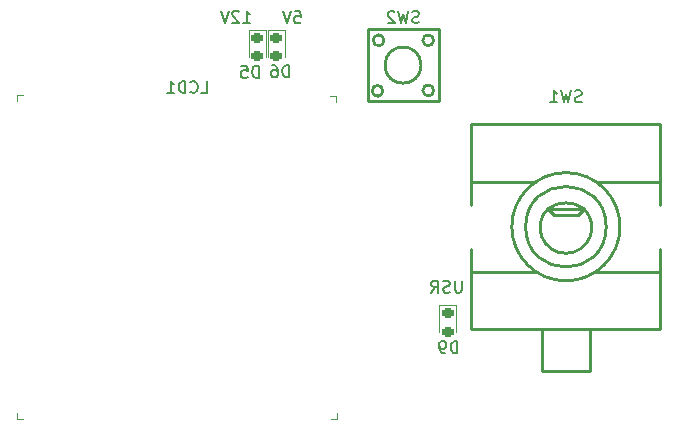
<source format=gbo>
G04 #@! TF.GenerationSoftware,KiCad,Pcbnew,7.0.9*
G04 #@! TF.CreationDate,2024-10-07T21:29:26-04:00*
G04 #@! TF.ProjectId,T12 soldering station V12,54313220-736f-46c6-9465-72696e672073,rev?*
G04 #@! TF.SameCoordinates,Original*
G04 #@! TF.FileFunction,Legend,Bot*
G04 #@! TF.FilePolarity,Positive*
%FSLAX46Y46*%
G04 Gerber Fmt 4.6, Leading zero omitted, Abs format (unit mm)*
G04 Created by KiCad (PCBNEW 7.0.9) date 2024-10-07 21:29:26*
%MOMM*%
%LPD*%
G01*
G04 APERTURE LIST*
G04 Aperture macros list*
%AMRoundRect*
0 Rectangle with rounded corners*
0 $1 Rounding radius*
0 $2 $3 $4 $5 $6 $7 $8 $9 X,Y pos of 4 corners*
0 Add a 4 corners polygon primitive as box body*
4,1,4,$2,$3,$4,$5,$6,$7,$8,$9,$2,$3,0*
0 Add four circle primitives for the rounded corners*
1,1,$1+$1,$2,$3*
1,1,$1+$1,$4,$5*
1,1,$1+$1,$6,$7*
1,1,$1+$1,$8,$9*
0 Add four rect primitives between the rounded corners*
20,1,$1+$1,$2,$3,$4,$5,0*
20,1,$1+$1,$4,$5,$6,$7,0*
20,1,$1+$1,$6,$7,$8,$9,0*
20,1,$1+$1,$8,$9,$2,$3,0*%
G04 Aperture macros list end*
%ADD10C,0.152400*%
%ADD11C,0.250000*%
%ADD12C,0.100000*%
%ADD13C,0.120000*%
%ADD14C,3.100000*%
%ADD15C,5.400000*%
%ADD16C,2.000000*%
%ADD17O,3.200000X3.500000*%
%ADD18C,2.500000*%
%ADD19C,2.100000*%
%ADD20RoundRect,0.218750X-0.256250X0.218750X-0.256250X-0.218750X0.256250X-0.218750X0.256250X0.218750X0*%
%ADD21R,1.900000X1.300000*%
G04 APERTURE END LIST*
D10*
X92160647Y-91770015D02*
X92732075Y-91770015D01*
X92446361Y-91770015D02*
X92446361Y-90754015D01*
X92446361Y-90754015D02*
X92541599Y-90899158D01*
X92541599Y-90899158D02*
X92636837Y-90995920D01*
X92636837Y-90995920D02*
X92732075Y-91044301D01*
X91779694Y-90850777D02*
X91732075Y-90802396D01*
X91732075Y-90802396D02*
X91636837Y-90754015D01*
X91636837Y-90754015D02*
X91398742Y-90754015D01*
X91398742Y-90754015D02*
X91303504Y-90802396D01*
X91303504Y-90802396D02*
X91255885Y-90850777D01*
X91255885Y-90850777D02*
X91208266Y-90947539D01*
X91208266Y-90947539D02*
X91208266Y-91044301D01*
X91208266Y-91044301D02*
X91255885Y-91189444D01*
X91255885Y-91189444D02*
X91827313Y-91770015D01*
X91827313Y-91770015D02*
X91208266Y-91770015D01*
X90922551Y-90754015D02*
X90589218Y-91770015D01*
X90589218Y-91770015D02*
X90255885Y-90754015D01*
X110659704Y-113593695D02*
X110659704Y-114416172D01*
X110659704Y-114416172D02*
X110612085Y-114512934D01*
X110612085Y-114512934D02*
X110564466Y-114561315D01*
X110564466Y-114561315D02*
X110469228Y-114609695D01*
X110469228Y-114609695D02*
X110278752Y-114609695D01*
X110278752Y-114609695D02*
X110183514Y-114561315D01*
X110183514Y-114561315D02*
X110135895Y-114512934D01*
X110135895Y-114512934D02*
X110088276Y-114416172D01*
X110088276Y-114416172D02*
X110088276Y-113593695D01*
X109659704Y-114561315D02*
X109516847Y-114609695D01*
X109516847Y-114609695D02*
X109278752Y-114609695D01*
X109278752Y-114609695D02*
X109183514Y-114561315D01*
X109183514Y-114561315D02*
X109135895Y-114512934D01*
X109135895Y-114512934D02*
X109088276Y-114416172D01*
X109088276Y-114416172D02*
X109088276Y-114319410D01*
X109088276Y-114319410D02*
X109135895Y-114222648D01*
X109135895Y-114222648D02*
X109183514Y-114174267D01*
X109183514Y-114174267D02*
X109278752Y-114125886D01*
X109278752Y-114125886D02*
X109469228Y-114077505D01*
X109469228Y-114077505D02*
X109564466Y-114029124D01*
X109564466Y-114029124D02*
X109612085Y-113980743D01*
X109612085Y-113980743D02*
X109659704Y-113883981D01*
X109659704Y-113883981D02*
X109659704Y-113787219D01*
X109659704Y-113787219D02*
X109612085Y-113690457D01*
X109612085Y-113690457D02*
X109564466Y-113642076D01*
X109564466Y-113642076D02*
X109469228Y-113593695D01*
X109469228Y-113593695D02*
X109231133Y-113593695D01*
X109231133Y-113593695D02*
X109088276Y-113642076D01*
X108088276Y-114609695D02*
X108421609Y-114125886D01*
X108659704Y-114609695D02*
X108659704Y-113593695D01*
X108659704Y-113593695D02*
X108278752Y-113593695D01*
X108278752Y-113593695D02*
X108183514Y-113642076D01*
X108183514Y-113642076D02*
X108135895Y-113690457D01*
X108135895Y-113690457D02*
X108088276Y-113787219D01*
X108088276Y-113787219D02*
X108088276Y-113932362D01*
X108088276Y-113932362D02*
X108135895Y-114029124D01*
X108135895Y-114029124D02*
X108183514Y-114077505D01*
X108183514Y-114077505D02*
X108278752Y-114125886D01*
X108278752Y-114125886D02*
X108659704Y-114125886D01*
X96507276Y-90784495D02*
X96983466Y-90784495D01*
X96983466Y-90784495D02*
X97031085Y-91268305D01*
X97031085Y-91268305D02*
X96983466Y-91219924D01*
X96983466Y-91219924D02*
X96888228Y-91171543D01*
X96888228Y-91171543D02*
X96650133Y-91171543D01*
X96650133Y-91171543D02*
X96554895Y-91219924D01*
X96554895Y-91219924D02*
X96507276Y-91268305D01*
X96507276Y-91268305D02*
X96459657Y-91365067D01*
X96459657Y-91365067D02*
X96459657Y-91606972D01*
X96459657Y-91606972D02*
X96507276Y-91703734D01*
X96507276Y-91703734D02*
X96554895Y-91752115D01*
X96554895Y-91752115D02*
X96650133Y-91800495D01*
X96650133Y-91800495D02*
X96888228Y-91800495D01*
X96888228Y-91800495D02*
X96983466Y-91752115D01*
X96983466Y-91752115D02*
X97031085Y-91703734D01*
X96173942Y-90784495D02*
X95840609Y-91800495D01*
X95840609Y-91800495D02*
X95507276Y-90784495D01*
X120814932Y-98446115D02*
X120672075Y-98494495D01*
X120672075Y-98494495D02*
X120433980Y-98494495D01*
X120433980Y-98494495D02*
X120338742Y-98446115D01*
X120338742Y-98446115D02*
X120291123Y-98397734D01*
X120291123Y-98397734D02*
X120243504Y-98300972D01*
X120243504Y-98300972D02*
X120243504Y-98204210D01*
X120243504Y-98204210D02*
X120291123Y-98107448D01*
X120291123Y-98107448D02*
X120338742Y-98059067D01*
X120338742Y-98059067D02*
X120433980Y-98010686D01*
X120433980Y-98010686D02*
X120624456Y-97962305D01*
X120624456Y-97962305D02*
X120719694Y-97913924D01*
X120719694Y-97913924D02*
X120767313Y-97865543D01*
X120767313Y-97865543D02*
X120814932Y-97768781D01*
X120814932Y-97768781D02*
X120814932Y-97672019D01*
X120814932Y-97672019D02*
X120767313Y-97575257D01*
X120767313Y-97575257D02*
X120719694Y-97526876D01*
X120719694Y-97526876D02*
X120624456Y-97478495D01*
X120624456Y-97478495D02*
X120386361Y-97478495D01*
X120386361Y-97478495D02*
X120243504Y-97526876D01*
X119910170Y-97478495D02*
X119672075Y-98494495D01*
X119672075Y-98494495D02*
X119481599Y-97768781D01*
X119481599Y-97768781D02*
X119291123Y-98494495D01*
X119291123Y-98494495D02*
X119053028Y-97478495D01*
X118148266Y-98494495D02*
X118719694Y-98494495D01*
X118433980Y-98494495D02*
X118433980Y-97478495D01*
X118433980Y-97478495D02*
X118529218Y-97623638D01*
X118529218Y-97623638D02*
X118624456Y-97720400D01*
X118624456Y-97720400D02*
X118719694Y-97768781D01*
X88591666Y-97712095D02*
X89067856Y-97712095D01*
X89067856Y-97712095D02*
X89067856Y-96696095D01*
X87686904Y-97615334D02*
X87734523Y-97663715D01*
X87734523Y-97663715D02*
X87877380Y-97712095D01*
X87877380Y-97712095D02*
X87972618Y-97712095D01*
X87972618Y-97712095D02*
X88115475Y-97663715D01*
X88115475Y-97663715D02*
X88210713Y-97566953D01*
X88210713Y-97566953D02*
X88258332Y-97470191D01*
X88258332Y-97470191D02*
X88305951Y-97276667D01*
X88305951Y-97276667D02*
X88305951Y-97131524D01*
X88305951Y-97131524D02*
X88258332Y-96938000D01*
X88258332Y-96938000D02*
X88210713Y-96841238D01*
X88210713Y-96841238D02*
X88115475Y-96744476D01*
X88115475Y-96744476D02*
X87972618Y-96696095D01*
X87972618Y-96696095D02*
X87877380Y-96696095D01*
X87877380Y-96696095D02*
X87734523Y-96744476D01*
X87734523Y-96744476D02*
X87686904Y-96792857D01*
X87258332Y-97712095D02*
X87258332Y-96696095D01*
X87258332Y-96696095D02*
X87020237Y-96696095D01*
X87020237Y-96696095D02*
X86877380Y-96744476D01*
X86877380Y-96744476D02*
X86782142Y-96841238D01*
X86782142Y-96841238D02*
X86734523Y-96938000D01*
X86734523Y-96938000D02*
X86686904Y-97131524D01*
X86686904Y-97131524D02*
X86686904Y-97276667D01*
X86686904Y-97276667D02*
X86734523Y-97470191D01*
X86734523Y-97470191D02*
X86782142Y-97566953D01*
X86782142Y-97566953D02*
X86877380Y-97663715D01*
X86877380Y-97663715D02*
X87020237Y-97712095D01*
X87020237Y-97712095D02*
X87258332Y-97712095D01*
X85734523Y-97712095D02*
X86305951Y-97712095D01*
X86020237Y-97712095D02*
X86020237Y-96696095D01*
X86020237Y-96696095D02*
X86115475Y-96841238D01*
X86115475Y-96841238D02*
X86210713Y-96938000D01*
X86210713Y-96938000D02*
X86305951Y-96986381D01*
X96038894Y-96372495D02*
X96038894Y-95356495D01*
X96038894Y-95356495D02*
X95800799Y-95356495D01*
X95800799Y-95356495D02*
X95657942Y-95404876D01*
X95657942Y-95404876D02*
X95562704Y-95501638D01*
X95562704Y-95501638D02*
X95515085Y-95598400D01*
X95515085Y-95598400D02*
X95467466Y-95791924D01*
X95467466Y-95791924D02*
X95467466Y-95937067D01*
X95467466Y-95937067D02*
X95515085Y-96130591D01*
X95515085Y-96130591D02*
X95562704Y-96227353D01*
X95562704Y-96227353D02*
X95657942Y-96324115D01*
X95657942Y-96324115D02*
X95800799Y-96372495D01*
X95800799Y-96372495D02*
X96038894Y-96372495D01*
X94610323Y-95356495D02*
X94800799Y-95356495D01*
X94800799Y-95356495D02*
X94896037Y-95404876D01*
X94896037Y-95404876D02*
X94943656Y-95453257D01*
X94943656Y-95453257D02*
X95038894Y-95598400D01*
X95038894Y-95598400D02*
X95086513Y-95791924D01*
X95086513Y-95791924D02*
X95086513Y-96178972D01*
X95086513Y-96178972D02*
X95038894Y-96275734D01*
X95038894Y-96275734D02*
X94991275Y-96324115D01*
X94991275Y-96324115D02*
X94896037Y-96372495D01*
X94896037Y-96372495D02*
X94705561Y-96372495D01*
X94705561Y-96372495D02*
X94610323Y-96324115D01*
X94610323Y-96324115D02*
X94562704Y-96275734D01*
X94562704Y-96275734D02*
X94515085Y-96178972D01*
X94515085Y-96178972D02*
X94515085Y-95937067D01*
X94515085Y-95937067D02*
X94562704Y-95840305D01*
X94562704Y-95840305D02*
X94610323Y-95791924D01*
X94610323Y-95791924D02*
X94705561Y-95743543D01*
X94705561Y-95743543D02*
X94896037Y-95743543D01*
X94896037Y-95743543D02*
X94991275Y-95791924D01*
X94991275Y-95791924D02*
X95038894Y-95840305D01*
X95038894Y-95840305D02*
X95086513Y-95937067D01*
X93488094Y-96412095D02*
X93488094Y-95396095D01*
X93488094Y-95396095D02*
X93249999Y-95396095D01*
X93249999Y-95396095D02*
X93107142Y-95444476D01*
X93107142Y-95444476D02*
X93011904Y-95541238D01*
X93011904Y-95541238D02*
X92964285Y-95638000D01*
X92964285Y-95638000D02*
X92916666Y-95831524D01*
X92916666Y-95831524D02*
X92916666Y-95976667D01*
X92916666Y-95976667D02*
X92964285Y-96170191D01*
X92964285Y-96170191D02*
X93011904Y-96266953D01*
X93011904Y-96266953D02*
X93107142Y-96363715D01*
X93107142Y-96363715D02*
X93249999Y-96412095D01*
X93249999Y-96412095D02*
X93488094Y-96412095D01*
X92011904Y-95396095D02*
X92488094Y-95396095D01*
X92488094Y-95396095D02*
X92535713Y-95879905D01*
X92535713Y-95879905D02*
X92488094Y-95831524D01*
X92488094Y-95831524D02*
X92392856Y-95783143D01*
X92392856Y-95783143D02*
X92154761Y-95783143D01*
X92154761Y-95783143D02*
X92059523Y-95831524D01*
X92059523Y-95831524D02*
X92011904Y-95879905D01*
X92011904Y-95879905D02*
X91964285Y-95976667D01*
X91964285Y-95976667D02*
X91964285Y-96218572D01*
X91964285Y-96218572D02*
X92011904Y-96315334D01*
X92011904Y-96315334D02*
X92059523Y-96363715D01*
X92059523Y-96363715D02*
X92154761Y-96412095D01*
X92154761Y-96412095D02*
X92392856Y-96412095D01*
X92392856Y-96412095D02*
X92488094Y-96363715D01*
X92488094Y-96363715D02*
X92535713Y-96315334D01*
X107047732Y-91740315D02*
X106904875Y-91788695D01*
X106904875Y-91788695D02*
X106666780Y-91788695D01*
X106666780Y-91788695D02*
X106571542Y-91740315D01*
X106571542Y-91740315D02*
X106523923Y-91691934D01*
X106523923Y-91691934D02*
X106476304Y-91595172D01*
X106476304Y-91595172D02*
X106476304Y-91498410D01*
X106476304Y-91498410D02*
X106523923Y-91401648D01*
X106523923Y-91401648D02*
X106571542Y-91353267D01*
X106571542Y-91353267D02*
X106666780Y-91304886D01*
X106666780Y-91304886D02*
X106857256Y-91256505D01*
X106857256Y-91256505D02*
X106952494Y-91208124D01*
X106952494Y-91208124D02*
X107000113Y-91159743D01*
X107000113Y-91159743D02*
X107047732Y-91062981D01*
X107047732Y-91062981D02*
X107047732Y-90966219D01*
X107047732Y-90966219D02*
X107000113Y-90869457D01*
X107000113Y-90869457D02*
X106952494Y-90821076D01*
X106952494Y-90821076D02*
X106857256Y-90772695D01*
X106857256Y-90772695D02*
X106619161Y-90772695D01*
X106619161Y-90772695D02*
X106476304Y-90821076D01*
X106142970Y-90772695D02*
X105904875Y-91788695D01*
X105904875Y-91788695D02*
X105714399Y-91062981D01*
X105714399Y-91062981D02*
X105523923Y-91788695D01*
X105523923Y-91788695D02*
X105285828Y-90772695D01*
X104952494Y-90869457D02*
X104904875Y-90821076D01*
X104904875Y-90821076D02*
X104809637Y-90772695D01*
X104809637Y-90772695D02*
X104571542Y-90772695D01*
X104571542Y-90772695D02*
X104476304Y-90821076D01*
X104476304Y-90821076D02*
X104428685Y-90869457D01*
X104428685Y-90869457D02*
X104381066Y-90966219D01*
X104381066Y-90966219D02*
X104381066Y-91062981D01*
X104381066Y-91062981D02*
X104428685Y-91208124D01*
X104428685Y-91208124D02*
X105000113Y-91788695D01*
X105000113Y-91788695D02*
X104381066Y-91788695D01*
X110288094Y-119737095D02*
X110288094Y-118721095D01*
X110288094Y-118721095D02*
X110049999Y-118721095D01*
X110049999Y-118721095D02*
X109907142Y-118769476D01*
X109907142Y-118769476D02*
X109811904Y-118866238D01*
X109811904Y-118866238D02*
X109764285Y-118963000D01*
X109764285Y-118963000D02*
X109716666Y-119156524D01*
X109716666Y-119156524D02*
X109716666Y-119301667D01*
X109716666Y-119301667D02*
X109764285Y-119495191D01*
X109764285Y-119495191D02*
X109811904Y-119591953D01*
X109811904Y-119591953D02*
X109907142Y-119688715D01*
X109907142Y-119688715D02*
X110049999Y-119737095D01*
X110049999Y-119737095D02*
X110288094Y-119737095D01*
X109240475Y-119737095D02*
X109049999Y-119737095D01*
X109049999Y-119737095D02*
X108954761Y-119688715D01*
X108954761Y-119688715D02*
X108907142Y-119640334D01*
X108907142Y-119640334D02*
X108811904Y-119495191D01*
X108811904Y-119495191D02*
X108764285Y-119301667D01*
X108764285Y-119301667D02*
X108764285Y-118914619D01*
X108764285Y-118914619D02*
X108811904Y-118817857D01*
X108811904Y-118817857D02*
X108859523Y-118769476D01*
X108859523Y-118769476D02*
X108954761Y-118721095D01*
X108954761Y-118721095D02*
X109145237Y-118721095D01*
X109145237Y-118721095D02*
X109240475Y-118769476D01*
X109240475Y-118769476D02*
X109288094Y-118817857D01*
X109288094Y-118817857D02*
X109335713Y-118914619D01*
X109335713Y-118914619D02*
X109335713Y-119156524D01*
X109335713Y-119156524D02*
X109288094Y-119253286D01*
X109288094Y-119253286D02*
X109240475Y-119301667D01*
X109240475Y-119301667D02*
X109145237Y-119350048D01*
X109145237Y-119350048D02*
X108954761Y-119350048D01*
X108954761Y-119350048D02*
X108859523Y-119301667D01*
X108859523Y-119301667D02*
X108811904Y-119253286D01*
X108811904Y-119253286D02*
X108764285Y-119156524D01*
D11*
X127481600Y-110912400D02*
X127481600Y-117732400D01*
X127481600Y-100332400D02*
X127481600Y-107152400D01*
X127481600Y-100332400D02*
X111481600Y-100332400D01*
X127351600Y-105222400D02*
X122021600Y-105222400D01*
X122021600Y-112842400D02*
X127351600Y-112842400D01*
X121481600Y-121232400D02*
X117481600Y-121232400D01*
X121481600Y-117732400D02*
X121481600Y-121232400D01*
X121001600Y-107512400D02*
X117961600Y-107512400D01*
X120501600Y-108012400D02*
X121001600Y-107512400D01*
X118461600Y-108012400D02*
X120501600Y-108012400D01*
X117961600Y-107512400D02*
X118461600Y-108012400D01*
X117481600Y-121232400D02*
X117461600Y-117732400D01*
X116941600Y-105222400D02*
X111611600Y-105222400D01*
X111611600Y-112842400D02*
X116941600Y-112842400D01*
X111481600Y-117732400D02*
X127481600Y-117732400D01*
X111481600Y-110912400D02*
X111481600Y-117732400D01*
X111481600Y-100332400D02*
X111481600Y-107152400D01*
X117958084Y-107515790D02*
G75*
G03*
X121001600Y-107512400I1523516J-1576610D01*
G01*
X120996655Y-107508708D02*
G75*
G03*
X117961600Y-107512401I-1515055J-2033692D01*
G01*
X122891600Y-109032400D02*
G75*
G03*
X122891600Y-109032400I-3410000J0D01*
G01*
X124061600Y-109032400D02*
G75*
G03*
X124061600Y-109032400I-4580000J0D01*
G01*
D12*
X100108600Y-125275000D02*
X100108600Y-124775000D01*
X100108600Y-125275000D02*
X99608600Y-125275000D01*
X100007000Y-97999400D02*
X100007000Y-98499400D01*
X100007000Y-97999400D02*
X99507000Y-97999400D01*
X73032200Y-97893800D02*
X73532200Y-97893800D01*
X73032200Y-97893800D02*
X73032200Y-98393800D01*
X72985400Y-125325800D02*
X73485400Y-125325800D01*
X72985400Y-125325800D02*
X72985400Y-124825800D01*
D13*
X95705600Y-92342600D02*
X95705600Y-94627600D01*
X94235600Y-92342600D02*
X95705600Y-92342600D01*
X94235600Y-94627600D02*
X94235600Y-92342600D01*
X94080000Y-92342600D02*
X94080000Y-94627600D01*
X92610000Y-92342600D02*
X94080000Y-92342600D01*
X92610000Y-94627600D02*
X92610000Y-92342600D01*
D11*
X108739400Y-98401600D02*
X108739400Y-92301600D01*
X108739400Y-92301600D02*
X102709400Y-92301600D01*
X102709400Y-98401600D02*
X108739400Y-98401600D01*
X102709400Y-92301600D02*
X102709400Y-98401600D01*
X108289400Y-97491600D02*
G75*
G03*
X108289400Y-97491600I-460000J0D01*
G01*
X108289400Y-93251600D02*
G75*
G03*
X108289400Y-93251600I-460000J0D01*
G01*
X107219400Y-95351600D02*
G75*
G03*
X107219400Y-95351600I-1530000J0D01*
G01*
X104079400Y-93251600D02*
G75*
G03*
X104079400Y-93251600I-460000J0D01*
G01*
X103989400Y-97531600D02*
G75*
G03*
X103989400Y-97531600I-460000J0D01*
G01*
D13*
X110214400Y-115649000D02*
X110214400Y-117934000D01*
X108744400Y-115649000D02*
X110214400Y-115649000D01*
X108744400Y-117934000D02*
X108744400Y-115649000D01*
%LPC*%
D14*
X129235200Y-139776200D03*
D15*
X129235200Y-139776200D03*
D14*
X129235200Y-91871800D03*
D15*
X129235200Y-91871800D03*
D16*
X65532000Y-118872000D03*
X65532000Y-123872000D03*
X65532000Y-108030000D03*
X65532000Y-113030000D03*
D14*
X56896000Y-139776200D03*
D15*
X56896000Y-139776200D03*
D14*
X56896000Y-91821000D03*
D15*
X56896000Y-91821000D03*
D16*
X65532000Y-129794000D03*
X65532000Y-134794000D03*
X65532000Y-97108000D03*
X65532000Y-102108000D03*
D17*
X126881600Y-109032400D03*
X112081600Y-109032400D03*
D18*
X124561600Y-119532400D03*
X119481600Y-119532400D03*
X114401600Y-119532400D03*
X122021600Y-102032400D03*
X116941600Y-102032400D03*
D19*
X90275000Y-99875000D03*
X87775000Y-99875000D03*
X85275000Y-99875000D03*
X82775000Y-99875000D03*
D20*
X94970600Y-93040100D03*
X94970600Y-94615100D03*
X93345000Y-93040100D03*
X93345000Y-94615100D03*
D21*
X109889400Y-93101600D03*
X101489400Y-93101600D03*
X109889400Y-97601600D03*
X101489400Y-97601600D03*
D20*
X109479400Y-116346500D03*
X109479400Y-117921500D03*
%LPD*%
M02*

</source>
